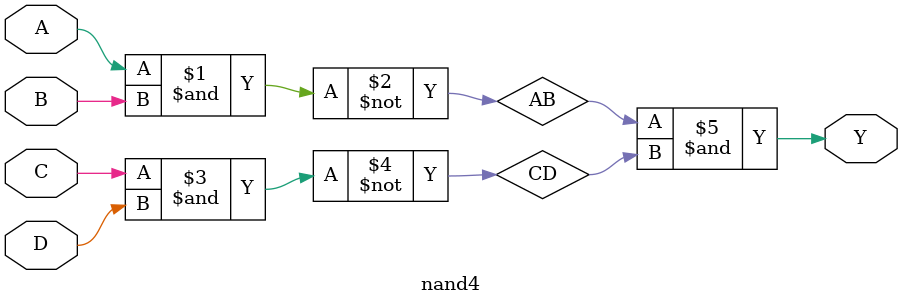
<source format=v>
module nand4 (
    input A,
    input B,
    input C,
    input D,
    output Y
);

wire AB, CD, ABCD;
not (AB, A & B);
not (CD, C & D);
not (ABCD, AB & CD);
not (Y, ABCD);

endmodule
</source>
